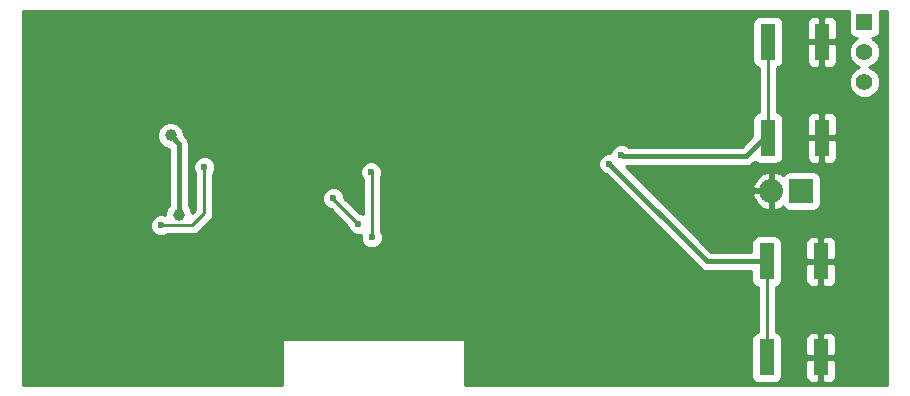
<source format=gtl>
G04 #@! TF.FileFunction,Copper,L1,Top,Signal*
%FSLAX46Y46*%
G04 Gerber Fmt 4.6, Leading zero omitted, Abs format (unit mm)*
G04 Created by KiCad (PCBNEW (2015-04-29 BZR 5630)-product) date Tue 21 Jul 2015 17:06:27 BST*
%MOMM*%
G01*
G04 APERTURE LIST*
%ADD10C,0.150000*%
%ADD11C,0.600000*%
%ADD12R,1.300480X3.098800*%
%ADD13R,2.032000X2.032000*%
%ADD14O,2.032000X2.032000*%
%ADD15R,1.397000X1.397000*%
%ADD16C,1.397000*%
%ADD17C,1.000000*%
%ADD18C,0.250000*%
%ADD19C,0.400000*%
%ADD20C,0.254000*%
G04 APERTURE END LIST*
D10*
D11*
X60198000Y-58293000D03*
X120650000Y-65722500D03*
X88773000Y-69596000D03*
X76263500Y-64516000D03*
X64770000Y-55118000D03*
X75946000Y-49974500D03*
X92203500Y-62738000D03*
X83440500Y-55372000D03*
X87122000Y-57150000D03*
X80075000Y-53975000D03*
X95569000Y-44894500D03*
X98569000Y-44894500D03*
X101569000Y-44894500D03*
X104569000Y-44894500D03*
X107569000Y-44894500D03*
X68389500Y-72771000D03*
X65913000Y-72771000D03*
X65976500Y-70866000D03*
X74485500Y-50609500D03*
X70231000Y-43688000D03*
X67818000Y-64897000D03*
X65595500Y-56959500D03*
X78613000Y-72834500D03*
X113601500Y-69151500D03*
X116268500Y-72834500D03*
X63627000Y-70866000D03*
X62992000Y-56197500D03*
X63055500Y-47688500D03*
X100076000Y-73596500D03*
X103505000Y-61595000D03*
X61087000Y-58039000D03*
X63182500Y-51879500D03*
X100266500Y-57531000D03*
X61277500Y-70866000D03*
X101155500Y-66357500D03*
X90106500Y-48450500D03*
X110553500Y-44894500D03*
X119951500Y-59182000D03*
X80835500Y-49212500D03*
X106553000Y-53276500D03*
X131318000Y-51689000D03*
X131572000Y-72771000D03*
X125349000Y-66103500D03*
X129413000Y-67437000D03*
D12*
X122631200Y-45415200D03*
X122631200Y-53543200D03*
X127203200Y-53543200D03*
X127203200Y-45415200D03*
X122529600Y-64008000D03*
X122529600Y-72136000D03*
X127101600Y-72136000D03*
X127101600Y-64008000D03*
D13*
X125476000Y-58039000D03*
D14*
X122936000Y-58039000D03*
D15*
X130810000Y-43738800D03*
D16*
X130810000Y-46278800D03*
X130810000Y-48818800D03*
D11*
X118935500Y-61849000D03*
X126746000Y-61404500D03*
X74930000Y-56007000D03*
X71247000Y-60960000D03*
D17*
X72756938Y-60066020D03*
X72072500Y-53340000D03*
D11*
X87947500Y-60833000D03*
X85852000Y-58674000D03*
X110236000Y-54991000D03*
X109220000Y-55753000D03*
X89027000Y-56451500D03*
X89090500Y-61976000D03*
D18*
X127101600Y-64008000D02*
X127101600Y-61760100D01*
X127101600Y-61760100D02*
X126746000Y-61404500D01*
X74930000Y-59944000D02*
X74930000Y-56007000D01*
X73914000Y-60960000D02*
X74930000Y-59944000D01*
X71247000Y-60960000D02*
X73914000Y-60960000D01*
D19*
X72756938Y-59358914D02*
X72756938Y-60066020D01*
X72072500Y-53340000D02*
X72756938Y-54024438D01*
X72756938Y-54024438D02*
X72756938Y-59358914D01*
D18*
X85852000Y-58737500D02*
X85852000Y-58674000D01*
X87947500Y-60833000D02*
X85852000Y-58737500D01*
X122631200Y-53543200D02*
X122631200Y-45415200D01*
D19*
X122631200Y-53543200D02*
X122351800Y-53543200D01*
X122351800Y-53543200D02*
X120777000Y-55118000D01*
X120777000Y-55118000D02*
X110363000Y-55118000D01*
X110363000Y-55118000D02*
X110236000Y-54991000D01*
D18*
X122529600Y-64008000D02*
X122529600Y-72136000D01*
D19*
X117475000Y-64008000D02*
X122529600Y-64008000D01*
X109220000Y-55753000D02*
X117475000Y-64008000D01*
D18*
X89090500Y-56451500D02*
X89027000Y-56451500D01*
X89090500Y-61976000D02*
X89090500Y-56451500D01*
D20*
G36*
X132741600Y-74474000D02*
X128488440Y-74474000D01*
X128488440Y-55218909D01*
X128488440Y-53828950D01*
X128488440Y-53257450D01*
X128488440Y-51867491D01*
X128488440Y-47090909D01*
X128488440Y-45700950D01*
X128488440Y-45129450D01*
X128488440Y-43739491D01*
X128391767Y-43506102D01*
X128213139Y-43327473D01*
X127979750Y-43230800D01*
X127727131Y-43230800D01*
X127488950Y-43230800D01*
X127330200Y-43389550D01*
X127330200Y-45288200D01*
X128329690Y-45288200D01*
X128488440Y-45129450D01*
X128488440Y-45700950D01*
X128329690Y-45542200D01*
X127330200Y-45542200D01*
X127330200Y-47440850D01*
X127488950Y-47599600D01*
X127727131Y-47599600D01*
X127979750Y-47599600D01*
X128213139Y-47502927D01*
X128391767Y-47324298D01*
X128488440Y-47090909D01*
X128488440Y-51867491D01*
X128391767Y-51634102D01*
X128213139Y-51455473D01*
X127979750Y-51358800D01*
X127727131Y-51358800D01*
X127488950Y-51358800D01*
X127330200Y-51517550D01*
X127330200Y-53416200D01*
X128329690Y-53416200D01*
X128488440Y-53257450D01*
X128488440Y-53828950D01*
X128329690Y-53670200D01*
X127330200Y-53670200D01*
X127330200Y-55568850D01*
X127488950Y-55727600D01*
X127727131Y-55727600D01*
X127979750Y-55727600D01*
X128213139Y-55630927D01*
X128391767Y-55452298D01*
X128488440Y-55218909D01*
X128488440Y-74474000D01*
X128386840Y-74474000D01*
X128386840Y-73811709D01*
X128386840Y-72421750D01*
X128386840Y-71850250D01*
X128386840Y-70460291D01*
X128386840Y-65683709D01*
X128386840Y-64293750D01*
X128386840Y-63722250D01*
X128386840Y-62332291D01*
X128290167Y-62098902D01*
X128111539Y-61920273D01*
X127878150Y-61823600D01*
X127625531Y-61823600D01*
X127387350Y-61823600D01*
X127228600Y-61982350D01*
X127228600Y-63881000D01*
X128228090Y-63881000D01*
X128386840Y-63722250D01*
X128386840Y-64293750D01*
X128228090Y-64135000D01*
X127228600Y-64135000D01*
X127228600Y-66033650D01*
X127387350Y-66192400D01*
X127625531Y-66192400D01*
X127878150Y-66192400D01*
X128111539Y-66095727D01*
X128290167Y-65917098D01*
X128386840Y-65683709D01*
X128386840Y-70460291D01*
X128290167Y-70226902D01*
X128111539Y-70048273D01*
X127878150Y-69951600D01*
X127625531Y-69951600D01*
X127387350Y-69951600D01*
X127228600Y-70110350D01*
X127228600Y-72009000D01*
X128228090Y-72009000D01*
X128386840Y-71850250D01*
X128386840Y-72421750D01*
X128228090Y-72263000D01*
X127228600Y-72263000D01*
X127228600Y-74161650D01*
X127387350Y-74320400D01*
X127625531Y-74320400D01*
X127878150Y-74320400D01*
X128111539Y-74223727D01*
X128290167Y-74045098D01*
X128386840Y-73811709D01*
X128386840Y-74474000D01*
X127139440Y-74474000D01*
X127139440Y-59055000D01*
X127139440Y-57023000D01*
X127092463Y-56780877D01*
X127076200Y-56756119D01*
X127076200Y-55568850D01*
X127076200Y-53670200D01*
X127076200Y-53416200D01*
X127076200Y-51517550D01*
X127076200Y-47440850D01*
X127076200Y-45542200D01*
X127076200Y-45288200D01*
X127076200Y-43389550D01*
X126917450Y-43230800D01*
X126679269Y-43230800D01*
X126426650Y-43230800D01*
X126193261Y-43327473D01*
X126014633Y-43506102D01*
X125917960Y-43739491D01*
X125917960Y-45129450D01*
X126076710Y-45288200D01*
X127076200Y-45288200D01*
X127076200Y-45542200D01*
X126076710Y-45542200D01*
X125917960Y-45700950D01*
X125917960Y-47090909D01*
X126014633Y-47324298D01*
X126193261Y-47502927D01*
X126426650Y-47599600D01*
X126679269Y-47599600D01*
X126917450Y-47599600D01*
X127076200Y-47440850D01*
X127076200Y-51517550D01*
X126917450Y-51358800D01*
X126679269Y-51358800D01*
X126426650Y-51358800D01*
X126193261Y-51455473D01*
X126014633Y-51634102D01*
X125917960Y-51867491D01*
X125917960Y-53257450D01*
X126076710Y-53416200D01*
X127076200Y-53416200D01*
X127076200Y-53670200D01*
X126076710Y-53670200D01*
X125917960Y-53828950D01*
X125917960Y-55218909D01*
X126014633Y-55452298D01*
X126193261Y-55630927D01*
X126426650Y-55727600D01*
X126679269Y-55727600D01*
X126917450Y-55727600D01*
X127076200Y-55568850D01*
X127076200Y-56756119D01*
X126952673Y-56568073D01*
X126741640Y-56425623D01*
X126492000Y-56375560D01*
X124460000Y-56375560D01*
X124217877Y-56422537D01*
X124005073Y-56562327D01*
X123928880Y-56675202D01*
X123928880Y-55092600D01*
X123928880Y-51993800D01*
X123881903Y-51751677D01*
X123742113Y-51538873D01*
X123531080Y-51396423D01*
X123391200Y-51368371D01*
X123391200Y-47590744D01*
X123523563Y-47565063D01*
X123736367Y-47425273D01*
X123878817Y-47214240D01*
X123928880Y-46964600D01*
X123928880Y-43865800D01*
X123881903Y-43623677D01*
X123742113Y-43410873D01*
X123531080Y-43268423D01*
X123281440Y-43218360D01*
X121980960Y-43218360D01*
X121738837Y-43265337D01*
X121526033Y-43405127D01*
X121383583Y-43616160D01*
X121333520Y-43865800D01*
X121333520Y-46964600D01*
X121380497Y-47206723D01*
X121520287Y-47419527D01*
X121731320Y-47561977D01*
X121871200Y-47590028D01*
X121871200Y-51367655D01*
X121738837Y-51393337D01*
X121526033Y-51533127D01*
X121383583Y-51744160D01*
X121333520Y-51993800D01*
X121333520Y-53380611D01*
X120431131Y-54283000D01*
X110850372Y-54283000D01*
X110766327Y-54198808D01*
X110422799Y-54056162D01*
X110050833Y-54055838D01*
X109707057Y-54197883D01*
X109443808Y-54460673D01*
X109301162Y-54804201D01*
X109301149Y-54818069D01*
X109034833Y-54817838D01*
X108691057Y-54959883D01*
X108427808Y-55222673D01*
X108285162Y-55566201D01*
X108284838Y-55938167D01*
X108426883Y-56281943D01*
X108689673Y-56545192D01*
X108931910Y-56645778D01*
X116884566Y-64598434D01*
X117155459Y-64779439D01*
X117155460Y-64779439D01*
X117475000Y-64843000D01*
X121231920Y-64843000D01*
X121231920Y-65557400D01*
X121278897Y-65799523D01*
X121418687Y-66012327D01*
X121629720Y-66154777D01*
X121769600Y-66182828D01*
X121769600Y-69960455D01*
X121637237Y-69986137D01*
X121424433Y-70125927D01*
X121281983Y-70336960D01*
X121231920Y-70586600D01*
X121231920Y-73685400D01*
X121278897Y-73927523D01*
X121418687Y-74140327D01*
X121629720Y-74282777D01*
X121879360Y-74332840D01*
X123179840Y-74332840D01*
X123421963Y-74285863D01*
X123634767Y-74146073D01*
X123777217Y-73935040D01*
X123827280Y-73685400D01*
X123827280Y-70586600D01*
X123780303Y-70344477D01*
X123640513Y-70131673D01*
X123429480Y-69989223D01*
X123289600Y-69961171D01*
X123289600Y-66183544D01*
X123421963Y-66157863D01*
X123634767Y-66018073D01*
X123777217Y-65807040D01*
X123827280Y-65557400D01*
X123827280Y-62458600D01*
X123780303Y-62216477D01*
X123640513Y-62003673D01*
X123429480Y-61861223D01*
X123179840Y-61811160D01*
X122809000Y-61811160D01*
X122809000Y-59525836D01*
X122809000Y-58166000D01*
X122809000Y-57912000D01*
X122809000Y-56552164D01*
X122553056Y-56433025D01*
X122071182Y-56632615D01*
X121598812Y-57070621D01*
X121330017Y-57656054D01*
X121448633Y-57912000D01*
X122809000Y-57912000D01*
X122809000Y-58166000D01*
X121448633Y-58166000D01*
X121330017Y-58421946D01*
X121598812Y-59007379D01*
X122071182Y-59445385D01*
X122553056Y-59644975D01*
X122809000Y-59525836D01*
X122809000Y-61811160D01*
X121879360Y-61811160D01*
X121637237Y-61858137D01*
X121424433Y-61997927D01*
X121281983Y-62208960D01*
X121231920Y-62458600D01*
X121231920Y-63173000D01*
X117820868Y-63173000D01*
X110600867Y-55953000D01*
X120777000Y-55953000D01*
X121096540Y-55889439D01*
X121096541Y-55889439D01*
X121367434Y-55708434D01*
X121525095Y-55550772D01*
X121731320Y-55689977D01*
X121980960Y-55740040D01*
X123281440Y-55740040D01*
X123523563Y-55693063D01*
X123736367Y-55553273D01*
X123878817Y-55342240D01*
X123928880Y-55092600D01*
X123928880Y-56675202D01*
X123897262Y-56722043D01*
X123800818Y-56632615D01*
X123318944Y-56433025D01*
X123063000Y-56552164D01*
X123063000Y-57912000D01*
X123083000Y-57912000D01*
X123083000Y-58166000D01*
X123063000Y-58166000D01*
X123063000Y-59525836D01*
X123318944Y-59644975D01*
X123800818Y-59445385D01*
X123897835Y-59355425D01*
X123999327Y-59509927D01*
X124210360Y-59652377D01*
X124460000Y-59702440D01*
X126492000Y-59702440D01*
X126734123Y-59655463D01*
X126946927Y-59515673D01*
X127089377Y-59304640D01*
X127139440Y-59055000D01*
X127139440Y-74474000D01*
X126974600Y-74474000D01*
X126974600Y-74161650D01*
X126974600Y-72263000D01*
X126974600Y-72009000D01*
X126974600Y-70110350D01*
X126974600Y-66033650D01*
X126974600Y-64135000D01*
X126974600Y-63881000D01*
X126974600Y-61982350D01*
X126815850Y-61823600D01*
X126577669Y-61823600D01*
X126325050Y-61823600D01*
X126091661Y-61920273D01*
X125913033Y-62098902D01*
X125816360Y-62332291D01*
X125816360Y-63722250D01*
X125975110Y-63881000D01*
X126974600Y-63881000D01*
X126974600Y-64135000D01*
X125975110Y-64135000D01*
X125816360Y-64293750D01*
X125816360Y-65683709D01*
X125913033Y-65917098D01*
X126091661Y-66095727D01*
X126325050Y-66192400D01*
X126577669Y-66192400D01*
X126815850Y-66192400D01*
X126974600Y-66033650D01*
X126974600Y-70110350D01*
X126815850Y-69951600D01*
X126577669Y-69951600D01*
X126325050Y-69951600D01*
X126091661Y-70048273D01*
X125913033Y-70226902D01*
X125816360Y-70460291D01*
X125816360Y-71850250D01*
X125975110Y-72009000D01*
X126974600Y-72009000D01*
X126974600Y-72263000D01*
X125975110Y-72263000D01*
X125816360Y-72421750D01*
X125816360Y-73811709D01*
X125913033Y-74045098D01*
X126091661Y-74223727D01*
X126325050Y-74320400D01*
X126577669Y-74320400D01*
X126815850Y-74320400D01*
X126974600Y-74161650D01*
X126974600Y-74474000D01*
X97028000Y-74474000D01*
X97028000Y-70612000D01*
X90025662Y-70612000D01*
X90025662Y-61790833D01*
X89883617Y-61447057D01*
X89850500Y-61413882D01*
X89850500Y-56906429D01*
X89961838Y-56638299D01*
X89962162Y-56266333D01*
X89820117Y-55922557D01*
X89557327Y-55659308D01*
X89213799Y-55516662D01*
X88841833Y-55516338D01*
X88498057Y-55658383D01*
X88234808Y-55921173D01*
X88092162Y-56264701D01*
X88091838Y-56636667D01*
X88233883Y-56980443D01*
X88330500Y-57077228D01*
X88330500Y-59979632D01*
X88134299Y-59898162D01*
X88087423Y-59898121D01*
X86787067Y-58597765D01*
X86787162Y-58488833D01*
X86645117Y-58145057D01*
X86382327Y-57881808D01*
X86038799Y-57739162D01*
X85666833Y-57738838D01*
X85323057Y-57880883D01*
X85059808Y-58143673D01*
X84917162Y-58487201D01*
X84916838Y-58859167D01*
X85058883Y-59202943D01*
X85321673Y-59466192D01*
X85636702Y-59597004D01*
X87012377Y-60972679D01*
X87012338Y-61018167D01*
X87154383Y-61361943D01*
X87417173Y-61625192D01*
X87760701Y-61767838D01*
X88132667Y-61768162D01*
X88170969Y-61752335D01*
X88155662Y-61789201D01*
X88155338Y-62161167D01*
X88297383Y-62504943D01*
X88560173Y-62768192D01*
X88903701Y-62910838D01*
X89275667Y-62911162D01*
X89619443Y-62769117D01*
X89882692Y-62506327D01*
X90025338Y-62162799D01*
X90025662Y-61790833D01*
X90025662Y-70612000D01*
X81534000Y-70612000D01*
X81534000Y-74474000D01*
X75865162Y-74474000D01*
X75865162Y-55821833D01*
X75723117Y-55478057D01*
X75460327Y-55214808D01*
X75116799Y-55072162D01*
X74744833Y-55071838D01*
X74401057Y-55213883D01*
X74137808Y-55476673D01*
X73995162Y-55820201D01*
X73994838Y-56192167D01*
X74136883Y-56535943D01*
X74170000Y-56569117D01*
X74170000Y-59629198D01*
X73892077Y-59907120D01*
X73892135Y-59841245D01*
X73719705Y-59423934D01*
X73591938Y-59295943D01*
X73591938Y-54024438D01*
X73528378Y-53704898D01*
X73528377Y-53704897D01*
X73347373Y-53434004D01*
X73207540Y-53294172D01*
X73207697Y-53115225D01*
X73035267Y-52697914D01*
X72716265Y-52378355D01*
X72299256Y-52205197D01*
X71847725Y-52204803D01*
X71430414Y-52377233D01*
X71110855Y-52696235D01*
X70937697Y-53113244D01*
X70937303Y-53564775D01*
X71109733Y-53982086D01*
X71428735Y-54301645D01*
X71845744Y-54474803D01*
X71921938Y-54474869D01*
X71921938Y-59295830D01*
X71795293Y-59422255D01*
X71622135Y-59839264D01*
X71621904Y-60103270D01*
X71433799Y-60025162D01*
X71061833Y-60024838D01*
X70718057Y-60166883D01*
X70454808Y-60429673D01*
X70312162Y-60773201D01*
X70311838Y-61145167D01*
X70453883Y-61488943D01*
X70716673Y-61752192D01*
X71060201Y-61894838D01*
X71432167Y-61895162D01*
X71775943Y-61753117D01*
X71809117Y-61720000D01*
X73914000Y-61720000D01*
X74204839Y-61662148D01*
X74451401Y-61497401D01*
X75467401Y-60481401D01*
X75632148Y-60234839D01*
X75690000Y-59944000D01*
X75690000Y-56569462D01*
X75722192Y-56537327D01*
X75864838Y-56193799D01*
X75865162Y-55821833D01*
X75865162Y-74474000D01*
X59587200Y-74474000D01*
X59587200Y-42772400D01*
X129526448Y-42772400D01*
X129514123Y-42790660D01*
X129464060Y-43040300D01*
X129464060Y-44437300D01*
X129511037Y-44679423D01*
X129650827Y-44892227D01*
X129861860Y-45034677D01*
X130111500Y-45084740D01*
X130207883Y-45084740D01*
X130055620Y-45147654D01*
X129680173Y-45522447D01*
X129476732Y-46012387D01*
X129476269Y-46542886D01*
X129678854Y-47033180D01*
X130053647Y-47408627D01*
X130391446Y-47548893D01*
X130055620Y-47687654D01*
X129680173Y-48062447D01*
X129476732Y-48552387D01*
X129476269Y-49082886D01*
X129678854Y-49573180D01*
X130053647Y-49948627D01*
X130543587Y-50152068D01*
X131074086Y-50152531D01*
X131564380Y-49949946D01*
X131939827Y-49575153D01*
X132143268Y-49085213D01*
X132143731Y-48554714D01*
X131941146Y-48064420D01*
X131566353Y-47688973D01*
X131228553Y-47548706D01*
X131564380Y-47409946D01*
X131939827Y-47035153D01*
X132143268Y-46545213D01*
X132143731Y-46014714D01*
X131941146Y-45524420D01*
X131566353Y-45148973D01*
X131411662Y-45084740D01*
X131508500Y-45084740D01*
X131750623Y-45037763D01*
X131963427Y-44897973D01*
X132105877Y-44686940D01*
X132155940Y-44437300D01*
X132155940Y-43040300D01*
X132108963Y-42798177D01*
X132092030Y-42772400D01*
X132741600Y-42772400D01*
X132741600Y-74474000D01*
X132741600Y-74474000D01*
G37*
X132741600Y-74474000D02*
X128488440Y-74474000D01*
X128488440Y-55218909D01*
X128488440Y-53828950D01*
X128488440Y-53257450D01*
X128488440Y-51867491D01*
X128488440Y-47090909D01*
X128488440Y-45700950D01*
X128488440Y-45129450D01*
X128488440Y-43739491D01*
X128391767Y-43506102D01*
X128213139Y-43327473D01*
X127979750Y-43230800D01*
X127727131Y-43230800D01*
X127488950Y-43230800D01*
X127330200Y-43389550D01*
X127330200Y-45288200D01*
X128329690Y-45288200D01*
X128488440Y-45129450D01*
X128488440Y-45700950D01*
X128329690Y-45542200D01*
X127330200Y-45542200D01*
X127330200Y-47440850D01*
X127488950Y-47599600D01*
X127727131Y-47599600D01*
X127979750Y-47599600D01*
X128213139Y-47502927D01*
X128391767Y-47324298D01*
X128488440Y-47090909D01*
X128488440Y-51867491D01*
X128391767Y-51634102D01*
X128213139Y-51455473D01*
X127979750Y-51358800D01*
X127727131Y-51358800D01*
X127488950Y-51358800D01*
X127330200Y-51517550D01*
X127330200Y-53416200D01*
X128329690Y-53416200D01*
X128488440Y-53257450D01*
X128488440Y-53828950D01*
X128329690Y-53670200D01*
X127330200Y-53670200D01*
X127330200Y-55568850D01*
X127488950Y-55727600D01*
X127727131Y-55727600D01*
X127979750Y-55727600D01*
X128213139Y-55630927D01*
X128391767Y-55452298D01*
X128488440Y-55218909D01*
X128488440Y-74474000D01*
X128386840Y-74474000D01*
X128386840Y-73811709D01*
X128386840Y-72421750D01*
X128386840Y-71850250D01*
X128386840Y-70460291D01*
X128386840Y-65683709D01*
X128386840Y-64293750D01*
X128386840Y-63722250D01*
X128386840Y-62332291D01*
X128290167Y-62098902D01*
X128111539Y-61920273D01*
X127878150Y-61823600D01*
X127625531Y-61823600D01*
X127387350Y-61823600D01*
X127228600Y-61982350D01*
X127228600Y-63881000D01*
X128228090Y-63881000D01*
X128386840Y-63722250D01*
X128386840Y-64293750D01*
X128228090Y-64135000D01*
X127228600Y-64135000D01*
X127228600Y-66033650D01*
X127387350Y-66192400D01*
X127625531Y-66192400D01*
X127878150Y-66192400D01*
X128111539Y-66095727D01*
X128290167Y-65917098D01*
X128386840Y-65683709D01*
X128386840Y-70460291D01*
X128290167Y-70226902D01*
X128111539Y-70048273D01*
X127878150Y-69951600D01*
X127625531Y-69951600D01*
X127387350Y-69951600D01*
X127228600Y-70110350D01*
X127228600Y-72009000D01*
X128228090Y-72009000D01*
X128386840Y-71850250D01*
X128386840Y-72421750D01*
X128228090Y-72263000D01*
X127228600Y-72263000D01*
X127228600Y-74161650D01*
X127387350Y-74320400D01*
X127625531Y-74320400D01*
X127878150Y-74320400D01*
X128111539Y-74223727D01*
X128290167Y-74045098D01*
X128386840Y-73811709D01*
X128386840Y-74474000D01*
X127139440Y-74474000D01*
X127139440Y-59055000D01*
X127139440Y-57023000D01*
X127092463Y-56780877D01*
X127076200Y-56756119D01*
X127076200Y-55568850D01*
X127076200Y-53670200D01*
X127076200Y-53416200D01*
X127076200Y-51517550D01*
X127076200Y-47440850D01*
X127076200Y-45542200D01*
X127076200Y-45288200D01*
X127076200Y-43389550D01*
X126917450Y-43230800D01*
X126679269Y-43230800D01*
X126426650Y-43230800D01*
X126193261Y-43327473D01*
X126014633Y-43506102D01*
X125917960Y-43739491D01*
X125917960Y-45129450D01*
X126076710Y-45288200D01*
X127076200Y-45288200D01*
X127076200Y-45542200D01*
X126076710Y-45542200D01*
X125917960Y-45700950D01*
X125917960Y-47090909D01*
X126014633Y-47324298D01*
X126193261Y-47502927D01*
X126426650Y-47599600D01*
X126679269Y-47599600D01*
X126917450Y-47599600D01*
X127076200Y-47440850D01*
X127076200Y-51517550D01*
X126917450Y-51358800D01*
X126679269Y-51358800D01*
X126426650Y-51358800D01*
X126193261Y-51455473D01*
X126014633Y-51634102D01*
X125917960Y-51867491D01*
X125917960Y-53257450D01*
X126076710Y-53416200D01*
X127076200Y-53416200D01*
X127076200Y-53670200D01*
X126076710Y-53670200D01*
X125917960Y-53828950D01*
X125917960Y-55218909D01*
X126014633Y-55452298D01*
X126193261Y-55630927D01*
X126426650Y-55727600D01*
X126679269Y-55727600D01*
X126917450Y-55727600D01*
X127076200Y-55568850D01*
X127076200Y-56756119D01*
X126952673Y-56568073D01*
X126741640Y-56425623D01*
X126492000Y-56375560D01*
X124460000Y-56375560D01*
X124217877Y-56422537D01*
X124005073Y-56562327D01*
X123928880Y-56675202D01*
X123928880Y-55092600D01*
X123928880Y-51993800D01*
X123881903Y-51751677D01*
X123742113Y-51538873D01*
X123531080Y-51396423D01*
X123391200Y-51368371D01*
X123391200Y-47590744D01*
X123523563Y-47565063D01*
X123736367Y-47425273D01*
X123878817Y-47214240D01*
X123928880Y-46964600D01*
X123928880Y-43865800D01*
X123881903Y-43623677D01*
X123742113Y-43410873D01*
X123531080Y-43268423D01*
X123281440Y-43218360D01*
X121980960Y-43218360D01*
X121738837Y-43265337D01*
X121526033Y-43405127D01*
X121383583Y-43616160D01*
X121333520Y-43865800D01*
X121333520Y-46964600D01*
X121380497Y-47206723D01*
X121520287Y-47419527D01*
X121731320Y-47561977D01*
X121871200Y-47590028D01*
X121871200Y-51367655D01*
X121738837Y-51393337D01*
X121526033Y-51533127D01*
X121383583Y-51744160D01*
X121333520Y-51993800D01*
X121333520Y-53380611D01*
X120431131Y-54283000D01*
X110850372Y-54283000D01*
X110766327Y-54198808D01*
X110422799Y-54056162D01*
X110050833Y-54055838D01*
X109707057Y-54197883D01*
X109443808Y-54460673D01*
X109301162Y-54804201D01*
X109301149Y-54818069D01*
X109034833Y-54817838D01*
X108691057Y-54959883D01*
X108427808Y-55222673D01*
X108285162Y-55566201D01*
X108284838Y-55938167D01*
X108426883Y-56281943D01*
X108689673Y-56545192D01*
X108931910Y-56645778D01*
X116884566Y-64598434D01*
X117155459Y-64779439D01*
X117155460Y-64779439D01*
X117475000Y-64843000D01*
X121231920Y-64843000D01*
X121231920Y-65557400D01*
X121278897Y-65799523D01*
X121418687Y-66012327D01*
X121629720Y-66154777D01*
X121769600Y-66182828D01*
X121769600Y-69960455D01*
X121637237Y-69986137D01*
X121424433Y-70125927D01*
X121281983Y-70336960D01*
X121231920Y-70586600D01*
X121231920Y-73685400D01*
X121278897Y-73927523D01*
X121418687Y-74140327D01*
X121629720Y-74282777D01*
X121879360Y-74332840D01*
X123179840Y-74332840D01*
X123421963Y-74285863D01*
X123634767Y-74146073D01*
X123777217Y-73935040D01*
X123827280Y-73685400D01*
X123827280Y-70586600D01*
X123780303Y-70344477D01*
X123640513Y-70131673D01*
X123429480Y-69989223D01*
X123289600Y-69961171D01*
X123289600Y-66183544D01*
X123421963Y-66157863D01*
X123634767Y-66018073D01*
X123777217Y-65807040D01*
X123827280Y-65557400D01*
X123827280Y-62458600D01*
X123780303Y-62216477D01*
X123640513Y-62003673D01*
X123429480Y-61861223D01*
X123179840Y-61811160D01*
X122809000Y-61811160D01*
X122809000Y-59525836D01*
X122809000Y-58166000D01*
X122809000Y-57912000D01*
X122809000Y-56552164D01*
X122553056Y-56433025D01*
X122071182Y-56632615D01*
X121598812Y-57070621D01*
X121330017Y-57656054D01*
X121448633Y-57912000D01*
X122809000Y-57912000D01*
X122809000Y-58166000D01*
X121448633Y-58166000D01*
X121330017Y-58421946D01*
X121598812Y-59007379D01*
X122071182Y-59445385D01*
X122553056Y-59644975D01*
X122809000Y-59525836D01*
X122809000Y-61811160D01*
X121879360Y-61811160D01*
X121637237Y-61858137D01*
X121424433Y-61997927D01*
X121281983Y-62208960D01*
X121231920Y-62458600D01*
X121231920Y-63173000D01*
X117820868Y-63173000D01*
X110600867Y-55953000D01*
X120777000Y-55953000D01*
X121096540Y-55889439D01*
X121096541Y-55889439D01*
X121367434Y-55708434D01*
X121525095Y-55550772D01*
X121731320Y-55689977D01*
X121980960Y-55740040D01*
X123281440Y-55740040D01*
X123523563Y-55693063D01*
X123736367Y-55553273D01*
X123878817Y-55342240D01*
X123928880Y-55092600D01*
X123928880Y-56675202D01*
X123897262Y-56722043D01*
X123800818Y-56632615D01*
X123318944Y-56433025D01*
X123063000Y-56552164D01*
X123063000Y-57912000D01*
X123083000Y-57912000D01*
X123083000Y-58166000D01*
X123063000Y-58166000D01*
X123063000Y-59525836D01*
X123318944Y-59644975D01*
X123800818Y-59445385D01*
X123897835Y-59355425D01*
X123999327Y-59509927D01*
X124210360Y-59652377D01*
X124460000Y-59702440D01*
X126492000Y-59702440D01*
X126734123Y-59655463D01*
X126946927Y-59515673D01*
X127089377Y-59304640D01*
X127139440Y-59055000D01*
X127139440Y-74474000D01*
X126974600Y-74474000D01*
X126974600Y-74161650D01*
X126974600Y-72263000D01*
X126974600Y-72009000D01*
X126974600Y-70110350D01*
X126974600Y-66033650D01*
X126974600Y-64135000D01*
X126974600Y-63881000D01*
X126974600Y-61982350D01*
X126815850Y-61823600D01*
X126577669Y-61823600D01*
X126325050Y-61823600D01*
X126091661Y-61920273D01*
X125913033Y-62098902D01*
X125816360Y-62332291D01*
X125816360Y-63722250D01*
X125975110Y-63881000D01*
X126974600Y-63881000D01*
X126974600Y-64135000D01*
X125975110Y-64135000D01*
X125816360Y-64293750D01*
X125816360Y-65683709D01*
X125913033Y-65917098D01*
X126091661Y-66095727D01*
X126325050Y-66192400D01*
X126577669Y-66192400D01*
X126815850Y-66192400D01*
X126974600Y-66033650D01*
X126974600Y-70110350D01*
X126815850Y-69951600D01*
X126577669Y-69951600D01*
X126325050Y-69951600D01*
X126091661Y-70048273D01*
X125913033Y-70226902D01*
X125816360Y-70460291D01*
X125816360Y-71850250D01*
X125975110Y-72009000D01*
X126974600Y-72009000D01*
X126974600Y-72263000D01*
X125975110Y-72263000D01*
X125816360Y-72421750D01*
X125816360Y-73811709D01*
X125913033Y-74045098D01*
X126091661Y-74223727D01*
X126325050Y-74320400D01*
X126577669Y-74320400D01*
X126815850Y-74320400D01*
X126974600Y-74161650D01*
X126974600Y-74474000D01*
X97028000Y-74474000D01*
X97028000Y-70612000D01*
X90025662Y-70612000D01*
X90025662Y-61790833D01*
X89883617Y-61447057D01*
X89850500Y-61413882D01*
X89850500Y-56906429D01*
X89961838Y-56638299D01*
X89962162Y-56266333D01*
X89820117Y-55922557D01*
X89557327Y-55659308D01*
X89213799Y-55516662D01*
X88841833Y-55516338D01*
X88498057Y-55658383D01*
X88234808Y-55921173D01*
X88092162Y-56264701D01*
X88091838Y-56636667D01*
X88233883Y-56980443D01*
X88330500Y-57077228D01*
X88330500Y-59979632D01*
X88134299Y-59898162D01*
X88087423Y-59898121D01*
X86787067Y-58597765D01*
X86787162Y-58488833D01*
X86645117Y-58145057D01*
X86382327Y-57881808D01*
X86038799Y-57739162D01*
X85666833Y-57738838D01*
X85323057Y-57880883D01*
X85059808Y-58143673D01*
X84917162Y-58487201D01*
X84916838Y-58859167D01*
X85058883Y-59202943D01*
X85321673Y-59466192D01*
X85636702Y-59597004D01*
X87012377Y-60972679D01*
X87012338Y-61018167D01*
X87154383Y-61361943D01*
X87417173Y-61625192D01*
X87760701Y-61767838D01*
X88132667Y-61768162D01*
X88170969Y-61752335D01*
X88155662Y-61789201D01*
X88155338Y-62161167D01*
X88297383Y-62504943D01*
X88560173Y-62768192D01*
X88903701Y-62910838D01*
X89275667Y-62911162D01*
X89619443Y-62769117D01*
X89882692Y-62506327D01*
X90025338Y-62162799D01*
X90025662Y-61790833D01*
X90025662Y-70612000D01*
X81534000Y-70612000D01*
X81534000Y-74474000D01*
X75865162Y-74474000D01*
X75865162Y-55821833D01*
X75723117Y-55478057D01*
X75460327Y-55214808D01*
X75116799Y-55072162D01*
X74744833Y-55071838D01*
X74401057Y-55213883D01*
X74137808Y-55476673D01*
X73995162Y-55820201D01*
X73994838Y-56192167D01*
X74136883Y-56535943D01*
X74170000Y-56569117D01*
X74170000Y-59629198D01*
X73892077Y-59907120D01*
X73892135Y-59841245D01*
X73719705Y-59423934D01*
X73591938Y-59295943D01*
X73591938Y-54024438D01*
X73528378Y-53704898D01*
X73528377Y-53704897D01*
X73347373Y-53434004D01*
X73207540Y-53294172D01*
X73207697Y-53115225D01*
X73035267Y-52697914D01*
X72716265Y-52378355D01*
X72299256Y-52205197D01*
X71847725Y-52204803D01*
X71430414Y-52377233D01*
X71110855Y-52696235D01*
X70937697Y-53113244D01*
X70937303Y-53564775D01*
X71109733Y-53982086D01*
X71428735Y-54301645D01*
X71845744Y-54474803D01*
X71921938Y-54474869D01*
X71921938Y-59295830D01*
X71795293Y-59422255D01*
X71622135Y-59839264D01*
X71621904Y-60103270D01*
X71433799Y-60025162D01*
X71061833Y-60024838D01*
X70718057Y-60166883D01*
X70454808Y-60429673D01*
X70312162Y-60773201D01*
X70311838Y-61145167D01*
X70453883Y-61488943D01*
X70716673Y-61752192D01*
X71060201Y-61894838D01*
X71432167Y-61895162D01*
X71775943Y-61753117D01*
X71809117Y-61720000D01*
X73914000Y-61720000D01*
X74204839Y-61662148D01*
X74451401Y-61497401D01*
X75467401Y-60481401D01*
X75632148Y-60234839D01*
X75690000Y-59944000D01*
X75690000Y-56569462D01*
X75722192Y-56537327D01*
X75864838Y-56193799D01*
X75865162Y-55821833D01*
X75865162Y-74474000D01*
X59587200Y-74474000D01*
X59587200Y-42772400D01*
X129526448Y-42772400D01*
X129514123Y-42790660D01*
X129464060Y-43040300D01*
X129464060Y-44437300D01*
X129511037Y-44679423D01*
X129650827Y-44892227D01*
X129861860Y-45034677D01*
X130111500Y-45084740D01*
X130207883Y-45084740D01*
X130055620Y-45147654D01*
X129680173Y-45522447D01*
X129476732Y-46012387D01*
X129476269Y-46542886D01*
X129678854Y-47033180D01*
X130053647Y-47408627D01*
X130391446Y-47548893D01*
X130055620Y-47687654D01*
X129680173Y-48062447D01*
X129476732Y-48552387D01*
X129476269Y-49082886D01*
X129678854Y-49573180D01*
X130053647Y-49948627D01*
X130543587Y-50152068D01*
X131074086Y-50152531D01*
X131564380Y-49949946D01*
X131939827Y-49575153D01*
X132143268Y-49085213D01*
X132143731Y-48554714D01*
X131941146Y-48064420D01*
X131566353Y-47688973D01*
X131228553Y-47548706D01*
X131564380Y-47409946D01*
X131939827Y-47035153D01*
X132143268Y-46545213D01*
X132143731Y-46014714D01*
X131941146Y-45524420D01*
X131566353Y-45148973D01*
X131411662Y-45084740D01*
X131508500Y-45084740D01*
X131750623Y-45037763D01*
X131963427Y-44897973D01*
X132105877Y-44686940D01*
X132155940Y-44437300D01*
X132155940Y-43040300D01*
X132108963Y-42798177D01*
X132092030Y-42772400D01*
X132741600Y-42772400D01*
X132741600Y-74474000D01*
M02*

</source>
